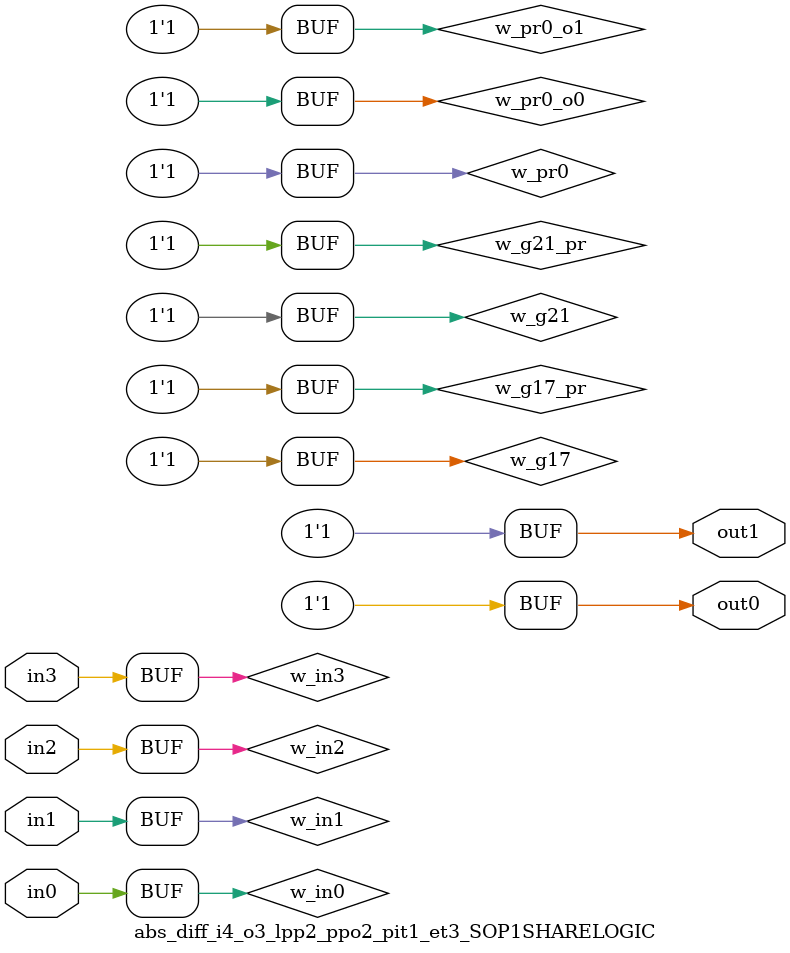
<source format=v>
module abs_diff_i4_o3_lpp2_ppo2_pit1_et3_SOP1SHARELOGIC (in0, in1, in2, in3, out0, out1);
// declaring inputs
input in0,  in1,  in2,  in3;
// declaring outputs
output out0,  out1;
// JSON model input
wire w_in3, w_in2, w_in1, w_in0;
// JSON model output
wire w_g17, w_g21;
//json model
wire w_g17_pr, w_g21_pr, w_pr0_o0, w_pr0_o1, w_pr0;
// JSON model input assign
assign w_in3 = in3;
assign w_in2 = in2;
assign w_in1 = in1;
assign w_in0 = in0;

//json model assigns (approximated Shared/XPAT part)
//assign literals to products
assign w_pr0 = 1;
//if a product has literals and if the product is being "activated" for that output
assign w_pr0_o0 = w_pr0 & 1;
assign w_pr0_o1 = w_pr0 & 1;
//compose an output with corresponding products (OR)
assign w_g17 = w_pr0_o0;
assign w_g21 = w_pr0_o1;
//if an output has products and if it is part of the JSON model
assign w_g17_pr = w_g17 & 1;
assign w_g21_pr = w_g21 & 1;
// output assigns
assign out0 = w_g17_pr;
assign out1 = w_g21_pr;
endmodule
</source>
